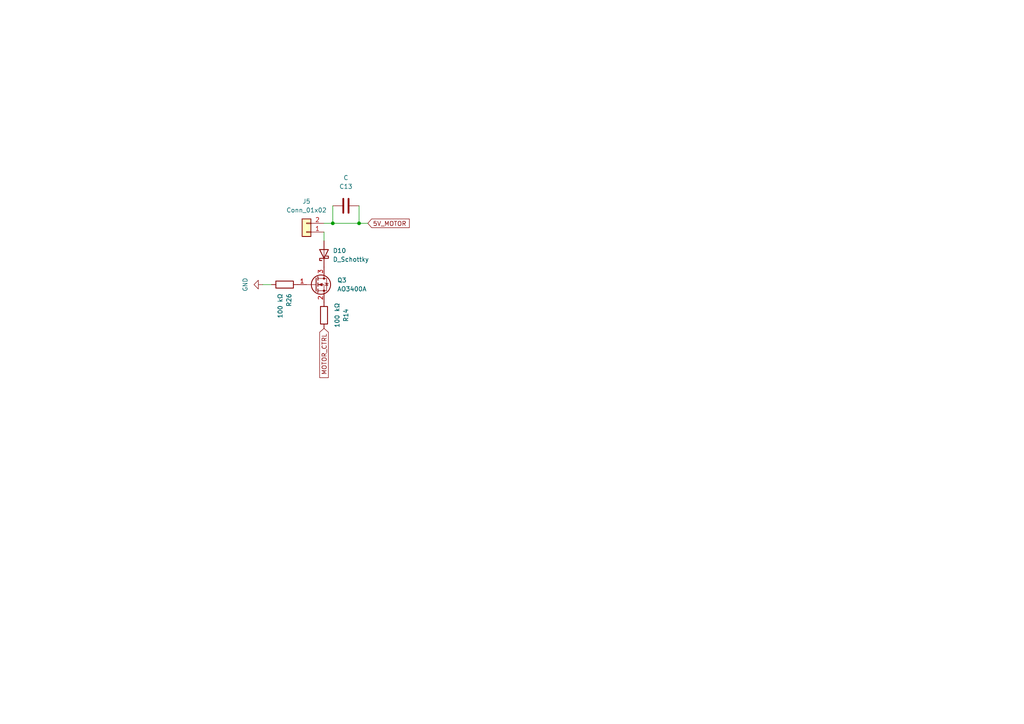
<source format=kicad_sch>
(kicad_sch (version 20250114) (generator "eeschema") (generator_version "9.0")
  (paper "A4")
  (lib_symbols
    (symbol "Connector_Generic:Conn_01x02" (pin_names (offset 1.016) (hide yes))
      (property "Reference" "J" (at 0 2.54 0))
      (property "Value" "Conn_01x02" (at 0 -5.08 0))
      (symbol "Conn_01x02_1_1"
        (rectangle (start -1.27 1.27) (end 1.27 -3.81) (stroke (width 0.254)) (fill (type background)))
        (rectangle (start -1.27 0.127) (end 0 -0.127) (stroke (width 0.1524)))
        (rectangle (start -1.27 -2.413) (end 0 -2.667) (stroke (width 0.1524)))
        (pin passive line (at -5.08 0 0) (length 3.81) (name "Pin_1") (number "1"))
        (pin passive line (at -5.08 -2.54 0) (length 3.81) (name "Pin_2") (number "2"))
      )
    )
    (symbol "Device:C" (pin_numbers (hide yes)) (pin_names (offset 0.254))
      (property "Reference" "C" (at 0.635 2.54 0))
      (property "Value" "C" (at 0.635 -2.54 0))
      (symbol "C_0_1"
        (polyline (pts (xy -2.032 0.762) (xy 2.032 0.762)) (stroke (width 0.508)))
        (polyline (pts (xy -2.032 -0.762) (xy 2.032 -0.762)) (stroke (width 0.508)))
      )
      (symbol "C_1_1"
        (pin passive line (at 0 3.81 270) (length 2.794) (name "~") (number "1"))
        (pin passive line (at 0 -3.81 90) (length 2.794) (name "~") (number "2"))
      )
    )
    (symbol "Device:D_Schottky" (pin_numbers (hide yes)) (pin_names (offset 1.016) (hide yes))
      (property "Reference" "D" (at 0 2.54 0))
      (property "Value" "D_Schottky" (at 0 -2.54 0))
      (symbol "D_Schottky_0_1"
        (polyline (pts (xy -1.905 0.635) (xy -1.905 1.27) (xy -1.27 1.27) (xy -1.27 -1.27) (xy -0.635 -1.27) (xy -0.635 -0.635)) (stroke (width 0.254)))
        (polyline (pts (xy 1.27 1.27) (xy 1.27 -1.27) (xy -1.27 0) (xy 1.27 1.27)) (stroke (width 0.254)))
        (polyline (pts (xy 1.27 0) (xy -1.27 0)))
      )
      (symbol "D_Schottky_1_1"
        (pin passive line (at -3.81 0 0) (length 2.54) (name "K") (number "1"))
        (pin passive line (at 3.81 0 180) (length 2.54) (name "A") (number "2"))
      )
    )
    (symbol "Device:R" (pin_numbers (hide yes)) (pin_names (offset 0))
      (property "Reference" "R" (at 2.032 0 90))
      (property "Value" "R" (at 0 0 90))
      (symbol "R_0_1"
        (rectangle (start -1.016 -2.54) (end 1.016 2.54) (stroke (width 0.254)))
      )
      (symbol "R_1_1"
        (pin passive line (at 0 3.81 270) (length 1.27) (name "~") (number "1"))
        (pin passive line (at 0 -3.81 90) (length 1.27) (name "~") (number "2"))
      )
    )
    (symbol "Transistor_FET:AO3400A" (pin_names (hide yes))
      (property "Reference" "Q" (at 5.08 1.905 0))
      (property "Value" "AO3400A" (at 5.08 0 0))
      (symbol "AO3400A_0_1"
        (polyline (pts (xy 0.254 1.905) (xy 0.254 -1.905)) (stroke (width 0.254)))
        (polyline (pts (xy 0.254 0) (xy -2.54 0)))
        (polyline (pts (xy 0.762 2.286) (xy 0.762 1.27)) (stroke (width 0.254)))
        (polyline (pts (xy 0.762 0.508) (xy 0.762 -0.508)) (stroke (width 0.254)))
        (polyline (pts (xy 0.762 -1.27) (xy 0.762 -2.286)) (stroke (width 0.254)))
        (polyline (pts (xy 0.762 -1.778) (xy 3.302 -1.778) (xy 3.302 1.778) (xy 0.762 1.778)))
        (polyline (pts (xy 1.016 0) (xy 2.032 0.381) (xy 2.032 -0.381) (xy 1.016 0)) (fill (type outline)))
        (circle (center 1.651 0) (radius 2.794) (stroke (width 0.254)))
        (polyline (pts (xy 2.54 2.54) (xy 2.54 1.778)))
        (circle (center 2.54 1.778) (radius 0.254) (fill (type outline)))
        (circle (center 2.54 -1.778) (radius 0.254) (fill (type outline)))
        (polyline (pts (xy 2.54 -2.54) (xy 2.54 0) (xy 0.762 0)))
        (polyline (pts (xy 2.794 0.508) (xy 2.921 0.381) (xy 3.683 0.381) (xy 3.81 0.254)))
        (polyline (pts (xy 3.302 0.381) (xy 2.921 -0.254) (xy 3.683 -0.254) (xy 3.302 0.381)))
      )
      (symbol "AO3400A_1_1"
        (pin input line (at -5.08 0 0) (length 2.54) (name "G") (number "1"))
        (pin passive line (at 2.54 5.08 270) (length 2.54) (name "D") (number "3"))
        (pin passive line (at 2.54 -5.08 90) (length 2.54) (name "S") (number "2"))
      )
    )
    (symbol "power:GND" (power) (pin_numbers (hide yes)) (pin_names (offset 0) (hide yes))
      (property "Value" "GND" (at 0 -3.81 0))
      (symbol "GND_0_1"
        (polyline (pts (xy 0 0) (xy 0 -1.27) (xy 1.27 -1.27) (xy 0 -2.54) (xy -1.27 -1.27) (xy 0 -1.27)))
      )
      (symbol "GND_1_1"
        (pin power_in line (at 0 0 270) (length 0) (name "~") (number "1"))
      )
    )
  )
  (junction (at 96.52 64.77))
  (junction (at 104.14 64.77))
  (wire (pts (xy 104.14 64.77) (xy 96.52 64.77)))
  (wire (pts (xy 106.68 64.77) (xy 104.14 64.77)))
  (wire (pts (xy 96.52 59.69) (xy 96.52 64.77)))
  (wire (pts (xy 78.74 82.55) (xy 76.2 82.55)))
  (wire (pts (xy 93.98 69.85) (xy 93.98 67.31)))
  (wire (pts (xy 96.52 64.77) (xy 93.98 64.77)))
  (wire (pts (xy 104.14 59.69) (xy 104.14 64.77)))
  (global_label "MOTOR_CTRL" (shape input) (at 93.98 95.25 270) (property "Intersheetrefs" "${INTERSHEET_REFS}" (effects (hide yes))))
  (global_label "5V_MOTOR" (shape input) (at 106.68 64.77 0) (property "Intersheetrefs" "${INTERSHEET_REFS}" (effects (hide yes))))
  (symbol (lib_id "Connector_Generic:Conn_01x02") (at 88.9 67.31 180) (unit 1)
    (property "Reference" "J5" (at 88.9 58.42 0))
    (property "Value" "Conn_01x02" (at 88.9 60.96 0))
    (property "Footprint" "Connector_PinHeader_2.54mm:PinHeader_1x02_P2.54mm_Vertical" (effects (hide yes)))
    (property "Description" "Generic connector, single row, 01x02, script generated (kicad-library-utils/schlib/autogen/connector/)" (effects (hide yes)))
  )
  (symbol (lib_id "Transistor_FET:AO3400A") (at 91.44 82.55 0) (unit 1)
    (property "Reference" "Q3" (at 97.79 81.2799 0) (effects (justify left)))
    (property "Value" "AO3400A" (at 97.79 83.8199 0) (effects (justify left)))
    (property "Footprint" "Package_TO_SOT_SMD:SOT-23" (effects (hide yes)))
    (property "Datasheet" "http://www.aosmd.com/pdfs/datasheet/AO3400A.pdf" (effects (hide yes)))
    (property "Description" "30V Vds, 5.7A Id, N-Channel MOSFET, SOT-23" (effects (hide yes)))
  )
  (symbol (lib_id "Device:C") (at 100.33 59.69 270) (unit 1)
    (property "Reference" "C13" (at 100.33 54.102 90))
    (property "Value" "C" (at 100.33 51.562 90))
    (property "Footprint" "Capacitor_SMD:C_0805_2012Metric" (effects (hide yes)))
    (property "Description" "Unpolarized capacitor" (effects (hide yes)))
  )
  (symbol (lib_id "Device:R") (at 93.98 91.44 180) (unit 1)
    (property "Reference" "R14" (at 100.33 91.44 90))
    (property "Value" "100 kΩ" (at 97.79 91.44 90))
    (property "Footprint" "Resistor_SMD:R_0805_2012Metric" (effects (hide yes)))
    (property "Description" "Resistor" (effects (hide yes)))
  )
  (symbol (lib_id "Device:R") (at 82.55 82.55 270) (unit 1)
    (property "Reference" "R26" (at 83.8201 85.09 0) (effects (justify left)))
    (property "Value" "100 kΩ" (at 81.2801 85.09 0) (effects (justify left)))
    (property "Footprint" "Resistor_SMD:R_0805_2012Metric" (effects (hide yes)))
    (property "Description" "Resistor" (effects (hide yes)))
  )
  (symbol (lib_id "power:GND") (at 76.2 82.55 270) (unit 1)
    (property "Reference" "#PWR023" (effects (hide yes)))
    (property "Value" "GND" (at 71.12 82.55 0))
    (property "Description" "Power symbol creates a global label with name \"GND\" , ground" (effects (hide yes)))
  )
  (symbol (lib_id "Device:D_Schottky") (at 93.98 73.66 90) (unit 1)
    (property "Reference" "D10" (at 96.52 72.7074 90) (effects (justify right)))
    (property "Value" "D_Schottky" (at 96.52 75.2474 90) (effects (justify right)))
    (property "Footprint" "Diode_SMD:D_SMA" (effects (hide yes)))
    (property "Description" "Schottky diode" (effects (hide yes)))
  )
)
</source>
